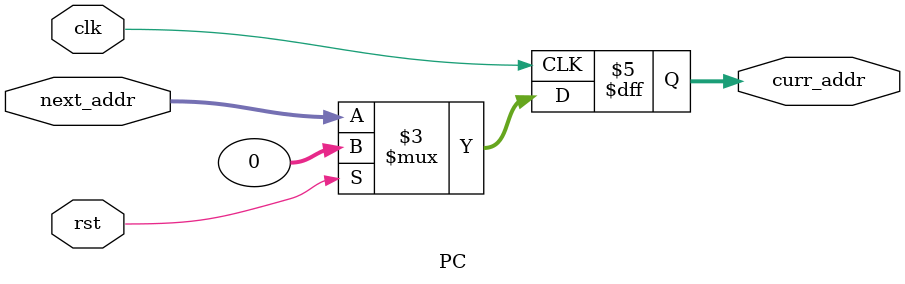
<source format=v>
module PC(rst,clk,next_addr,curr_addr);

input clk, rst;
input [31:0]next_addr;

output reg[31:0]curr_addr;

always @ (posedge clk) begin
 if(rst)
  curr_addr[31:0] = {32{1'b0}};
 else
  curr_addr[31:0] = next_addr;
end

endmodule 
</source>
